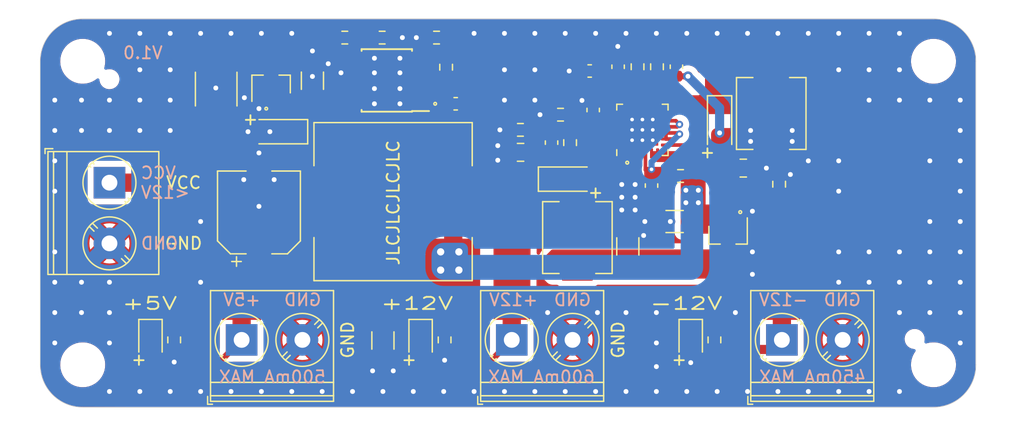
<source format=kicad_pcb>
(kicad_pcb (version 20221018) (generator pcbnew)
  (layers (0 "F.Cu" signal) (31 "B.Cu" signal) (34 "B.Paste" user) (35 "F.Paste" user) (36 "B.SilkS" user "B.Silkscreen") (37 "F.SilkS" user "F.Silkscreen") (38 "B.Mask" user) (39 "F.Mask" user) (44 "Edge.Cuts" user))
  (net 0 "")
  (net 1 "GND")
  (net 2 "FB")
  (net 3 "+12V")
  (net 4 "-12V")
  (net 5 "VCC")
  (net 6 "+5V")
  (net 7 "Net-(Q101-S)")
  (net 8 "Net-(Q102-D)")
  (net 9 "Net-(U101-ENN)")
  (net 10 "Net-(U102-BOOT)")
  (net 11 "Net-(D102-K)")
  (net 12 "Net-(U101-CP)")
  (net 13 "Net-(U101-FBP)")
  (net 14 "Net-(U101-FBN)")
  (net 15 "Net-(U101-VREF)")
  (net 16 "Net-(U101-CN)")
  (net 17 "Net-(D101-A)")
  (net 18 "Net-(D103-K)")
  (net 19 "Net-(D104-K)")
  (net 20 "Net-(D105-K)")
  (net 21 "Net-(D106-K)")
  (net 22 "Net-(Q101-D)")
  (net 23 "Net-(Q102-G)")
  (net 24 "Net-(U102-EN)")
  (footprint "MountingHole:MountingHole_2.1mm" (layer "F.Cu") (at 25.0032 20.773)
    (fp_text reference "REF**")
    (fp_text value "MountingHole_1.152mm")
  )
  (footprint "MountingHole:MountingHole_2.1mm" (layer "F.Cu") (at 91.2532 42.173)
    (fp_text reference "REF**")
    (fp_text value "MountingHole_1.152mm")
  )
  (footprint "Resistor_SMD:R_0603_1608Metric" (layer "F.Cu") (at 52.7032 19.7855 -90)
    (fp_text reference "R108")
    (fp_text value "10k")
  )
  (footprint "Capacitor_SMD:C_1206_3216Metric" (layer "F.Cu") (at 71.5032 32.498 180)
    (fp_text reference "C101")
    (fp_text value "10u")
  )
  (footprint "MountingHole:MountingHole_3.2mm_M3" (layer "F.Cu") (at 22.8032 19.298)
    (fp_text reference "H101")
    (fp_text value "MountingHole")
  )
  (footprint "Inductor_SMD:L_Sunlord_MWSA0518S" (layer "F.Cu") (at 79.4532 23.598 -90)
    (fp_text reference "L103")
    (fp_text value "10u")
  )
  (footprint "MountingHole:MountingHole_3.2mm_M3" (layer "F.Cu") (at 92.8032 19.298)
    (fp_text reference "H102")
    (fp_text value "MountingHole")
  )
  (footprint "Shmoergh_Custom_Footprints:SOT-23-SmallPads" (layer "F.Cu") (at 75.9532 33.498 -90)
    (fp_text reference "Q102" hide)
    (fp_text value "AO3401A" hide)
  )
  (footprint "Package_SO:TI_SO-PowerPAD-8_ThermalVias" (layer "F.Cu") (at 47.8218 20.8734 180)
    (fp_text reference "U102")
    (fp_text value "TPS5430DDA")
  )
  (footprint "Resistor_SMD:R_0603_1608Metric" (layer "F.Cu") (at 62.1157 23.698)
    (fp_text reference "R105")
    (fp_text value "110k")
  )
  (footprint "TerminalBlock_Phoenix:TerminalBlock_Phoenix_PT-1,5-2-5.0-H_1x02_P5.00mm_Horizontal" (layer "F.Cu") (at 25.0032 29.298 -90)
    (fp_text reference "J101")
    (fp_text value "Screw_Terminal_01x02")
  )
  (footprint "Inductor_SMD:L_Sunlord_SWRB1204S" (layer "F.Cu") (at 48.3394 30.859)
    (fp_text reference "L102")
    (fp_text value "47u")
  )
  (footprint "Resistor_SMD:R_0603_1608Metric" (layer "F.Cu") (at 68.4532 19.748 90)
    (fp_text reference "R106")
    (fp_text value "100k")
  )
  (footprint "TerminalBlock_Phoenix:TerminalBlock_Phoenix_PT-1,5-2-5.0-H_1x02_P5.00mm_Horizontal" (layer "F.Cu") (at 80.3282 42.248)
    (fp_text reference "J104")
    (fp_text value "Screw_Terminal_01x02")
  )
  (footprint "Resistor_SMD:R_0603_1608Metric" (layer "F.Cu") (at 71.9907 28.748)
    (fp_text reference "R101")
    (fp_text value "100")
  )
  (footprint "Resistor_SMD:R_0603_1608Metric" (layer "F.Cu") (at 44.3657 17.348 180)
    (fp_text reference "R102")
    (fp_text value "100k")
  )
  (footprint "Capacitor_SMD:C_0603_1608Metric" (layer "F.Cu") (at 66.8532 19.748 90)
    (fp_text reference "C111")
    (fp_text value "220n")
  )
  (footprint "Capacitor_SMD:C_1206_3216Metric" (layer "F.Cu") (at 67.6532 34.548 90)
    (fp_text reference "C103")
    (fp_text value "10u")
  )
  (footprint "Capacitor_SMD:C_0603_1608Metric" (layer "F.Cu") (at 53.4907 22.798)
    (fp_text reference "C105")
    (fp_text value "10n")
  )
  (footprint "Capacitor_SMD:C_0603_1608Metric" (layer "F.Cu") (at 71.6532 19.748 -90)
    (fp_text reference "C109")
    (fp_text value "8p2")
  )
  (footprint "Diode_SMD:D_SOD-123" (layer "F.Cu") (at 38.9532 25.098 180)
    (fp_text reference "D102")
    (fp_text value "B5819W")
  )
  (footprint "LED_SMD:LED_0805_2012Metric" (layer "F.Cu") (at 28.3782 42.248 -90)
    (fp_text reference "D104")
    (fp_text value "RED")
  )
  (footprint "Capacitor_SMD:CP_Elec_6.3x7.7" (layer "F.Cu") (at 37.3032 31.748 90)
    (fp_text reference "C110")
    (fp_text value "220u")
  )
  (footprint "Capacitor_SMD:C_1206_3216Metric" (layer "F.Cu") (at 41.7032 20.898 90)
    (fp_text reference "C102")
    (fp_text value "10u")
  )
  (footprint "Capacitor_SMD:C_0603_1608Metric" (layer "F.Cu") (at 64.8032 23.3105 90)
    (fp_text reference "C106")
    (fp_text value "10n")
  )
  (footprint "MountingHole:MountingHole_3.2mm_M3" (layer "F.Cu") (at 22.8032 44.298)
    (fp_text reference "H104")
    (fp_text value "MountingHole")
  )
  (footprint "Resistor_SMD:R_0603_1608Metric" (layer "F.Cu") (at 47.4407 17.348 180)
    (fp_text reference "R103")
    (fp_text value "100k")
  )
  (footprint "TerminalBlock_Phoenix:TerminalBlock_Phoenix_PT-1,5-2-5.0-H_1x02_P5.00mm_Horizontal" (layer "F.Cu") (at 35.8782 42.248)
    (fp_text reference "J103")
    (fp_text value "Screw_Terminal_01x02")
  )
  (footprint "Capacitor_SMD:C_0603_1608Metric" (layer "F.Cu") (at 69.6032 29.5355 -90)
    (fp_text reference "C104")
    (fp_text value "100n")
  )
  (footprint "Capacitor_SMD:C_0805_2012Metric" (layer "F.Cu") (at 77.1532 28.098)
    (fp_text reference "C112")
    (fp_text value "22u")
  )
  (footprint "TerminalBlock_Phoenix:TerminalBlock_Phoenix_PT-1,5-2-5.0-H_1x02_P5.00mm_Horizontal" (layer "F.Cu") (at 58.1032 42.248)
    (fp_text reference "J102")
    (fp_text value "Screw_Terminal_01x02")
  )
  (footprint "MountingHole:MountingHole_3.2mm_M3" (layer "F.Cu") (at 92.8032 44.298)
    (fp_text reference "H103")
    (fp_text value "MountingHole")
  )
  (footprint "LED_SMD:LED_0805_2012Metric" (layer "F.Cu") (at 50.6032 42.248 -90)
    (fp_text reference "D105")
    (fp_text value "GREEN")
  )
  (footprint "Diode_SMD:D_SOD-123" (layer "F.Cu") (at 62.6532 29.0048)
    (fp_text reference "D101")
    (fp_text value "B5819W")
  )
  (footprint "Capacitor_SMD:C_0603_1608Metric" (layer "F.Cu") (at 64.5157 20.098 180)
    (fp_text reference "C114")
    (fp_text value "4n7")
  )
  (footprint "Capacitor_SMD:C_0805_2012Metric" (layer "F.Cu") (at 58.8282 26.798 180)
    (fp_text reference "C113")
    (fp_text value "22u")
  )
  (footprint "Resistor_SMD:R_0603_1608Metric" (layer "F.Cu") (at 30.3282 42.248 90)
    (fp_text reference "R112")
    (fp_text value "1k5")
  )
  (footprint "Resistor_SMD:R_0603_1608Metric" (layer "F.Cu") (at 52.5782 42.248 90)
    (fp_text reference "R113")
    (fp_text value "4k3")
  )
  (footprint "Diode_SMD:D_SOD-123" (layer "F.Cu") (at 75.2032 24.498 -90)
    (fp_text reference "D103")
    (fp_text value "B5819W")
  )
  (footprint "Shmoergh_Custom_Footprints:SOT-23-SmallPads" (layer "F.Cu") (at 38.2532 21.298 90)
    (fp_text reference "Q101" hide)
    (fp_text value "AO3401A" hide)
  )
  (footprint "Resistor_SMD:R_0603_1608Metric" (layer "F.Cu") (at 62.9032 25.998 -90)
    (fp_text reference "R104")
    (fp_text value "1M")
  )
  (footprint "Capacitor_SMD:C_0603_1608Metric" (layer "F.Cu") (at 61.3782 25.998 90)
    (fp_text reference "C108")
    (fp_text value "6p8")
  )
  (footprint "Shmoergh_Custom_Footprints:SXN-SMMS0530-100M" (layer "F.Cu") (at 63.5032 33.8208 90)
    (fp_text reference "L101")
    (fp_text value "10u")
  )
  (footprint "Resistor_SMD:R_0603_1608Metric" (layer "F.Cu") (at 58.8157 24.948)
    (fp_text reference "R111")
    (fp_text value "12k")
  )
  (footprint "LED_SMD:LED_0805_2012Metric" (layer "F.Cu") (at 72.8282 42.248 -90)
    (fp_text reference "D106")
    (fp_text value "YELLOW")
  )
  (footprint "Capacitor_SMD:C_1206_3216Metric" (layer "F.Cu") (at 47.5032 42.298 -90)
    (fp_text reference "C107")
    (fp_text value "10u")
  )
  (footprint "Resistor_SMD:R_0603_1608Metric" (layer "F.Cu") (at 70.0532 19.748 90)
    (fp_text reference "R107")
    (fp_text value "1M")
  )
  (footprint "Resistor_SMD:R_0603_1608Metric" (layer "F.Cu") (at 51.9157 17.348)
    (fp_text reference "R109")
    (fp_text value "3k3")
  )
  (footprint "Package_DFN_QFN:QFN-24-1EP_4x4mm_P0.5mm_EP2.6x2.6mm" (layer "F.Cu") (at 68.8532 24.948 90)
    (fp_text reference "U101")
    (fp_text value "TPS65131RGER")
  )
  (footprint "Resistor_SMD:R_0603_1608Metric" (layer "F.Cu") (at 74.7782 42.248 90)
    (fp_text reference "R114")
    (fp_text value "5k1")
  )
  (footprint "Fuse:Fuse_1812_4532Metric" (layer "F.Cu") (at 33.7852 21.588 -90)
    (fp_text reference "F101")
    (fp_text value "500mA")
  )
  (footprint "Resistor_SMD:R_0603_1608Metric" (layer "F.Cu") (at 80.1032 29.423 -90)
    (fp_text reference "R110")
    (fp_text value "12k")
  )
  (gr_circle (center 67.6032 27.648) (end 67.6282 27.698) (stroke (width 0.12)) (fill none) (layer "F.SilkS"))
  (gr_circle (center 76.9032 31.723) (end 76.9282 31.773) (stroke (width 0.12)) (fill none) (layer "F.SilkS"))
  (gr_circle (center 37.9032 23.198) (end 37.9532 23.198) (stroke (width 0.12)) (fill none) (layer "F.SilkS"))
  (gr_circle (center 51.8032 22.798) (end 51.8032 22.848) (stroke (width 0.12)) (fill none) (layer "F.SilkS"))
  (gr_line (start 19.3032 19.298) (end 19.3032 44.298) (stroke (width 0.05)) (layer "Edge.Cuts"))
  (gr_arc (start 22.8032 47.798) (mid 20.328326 46.772874) (end 19.3032 44.298) (stroke (width 0.05)) (layer "Edge.Cuts"))
  (gr_arc (start 96.3032 44.298) (mid 95.278074 46.772874) (end 92.8032 47.798) (stroke (width 0.05)) (layer "Edge.Cuts"))
  (gr_arc (start 92.8032 15.798) (mid 95.278074 16.823126) (end 96.3032 19.298) (stroke (width 0.05)) (layer "Edge.Cuts"))
  (gr_line (start 96.3032 44.298) (end 96.3032 19.298) (stroke (width 0.05)) (layer "Edge.Cuts"))
  (gr_arc (start 19.3032 19.298) (mid 20.328326 16.823126) (end 22.8032 15.798) (stroke (width 0.05)) (layer "Edge.Cuts"))
  (gr_line (start 92.8032 15.798) (end 22.8032 15.798) (stroke (width 0.05)) (layer "Edge.Cuts"))
  (gr_line (start 22.8032 47.798) (end 92.8032 47.798) (stroke (width 0.05)) (layer "Edge.Cuts"))
  (gr_text "GND" (at 40.9032 38.948) (layer "B.SilkS") (effects (font (size 1 1)) (justify mirror)))
  (gr_text "+5V" (at 35.9032 38.948) (layer "B.SilkS") (effects (font (size 1 1)) (justify mirror)))
  (gr_text "+12V" (at 58.2532 38.948) (layer "B.SilkS") (effects (font (size 1 1)) (justify mirror)))
  (gr_text "GND" (at 63.1032 38.948) (layer "B.SilkS") (effects (font (size 1 1)) (justify mirror)))
  (gr_text "GND" (at 85.3032 38.948) (layer "B.SilkS") (effects (font (size 1 1)) (justify mirror)))
  (gr_text "-12V" (at 80.4532 38.948) (layer "B.SilkS") (effects (font (size 1 1)) (justify mirror)))
  (gr_text "GND" (at 27.5032 34.298) (layer "B.SilkS") (effects (font (size 1 1)) (justify right mirror)))
  (gr_text "600mA MAX" (at 60.5532 45.298) (layer "B.SilkS") (effects (font (size 1 1)) (justify mirror)))
  (gr_text "450mA MAX" (at 82.8532 45.298) (layer "B.SilkS") (effects (font (size 1 1)) (justify mirror)))
  (gr_text "500mA MAX" (at 38.4032 45.298) (layer "B.SilkS") (effects (font (size 1 1)) (justify mirror)))
  (gr_text "VCC\n<12V" (at 27.5032 29.298) (layer "B.SilkS") (effects (font (size 1 1)) (justify right mirror)))
  (gr_text "V1.0" (at 27.7532 18.598) (layer "B.SilkS") (effects (font (size 1 1)) (justify mirror)))
  (gr_text "+12V" (at 50.3032 39.248) (layer "F.SilkS") (effects (font (size 1 1.5))))
  (gr_text "-12V" (at 72.4532 39.248) (layer "F.SilkS") (effects (font (size 1 1.5))))
  (gr_text "GND" (at 44.6032 42.248 90) (layer "F.SilkS") (effects (font (size 1 1))))
  (gr_text "GND" (at 66.8532 42.248 90) (layer "F.SilkS") (effects (font (size 1 1))))
  (gr_text "GND" (at 31.1032 34.298) (layer "F.SilkS") (effects (font (size 1 1))))
  (gr_text "VCC" (at 31.1032 29.298) (layer "F.SilkS") (effects (font (size 1 1))))
  (gr_text "+" (at 49.6532 43.848) (layer "F.SilkS") (effects (font (size 1 1))))
  (gr_text "+" (at 71.8782 43.848) (layer "F.SilkS") (effects (font (size 1 1))))
  (gr_text "+" (at 74.2032 26.773) (layer "F.SilkS") (effects (font (size 1 1))))
  (gr_text "+" (at 65.0032 30.073) (layer "F.SilkS") (effects (font (size 1 1))))
  (gr_text "+" (at 36.6032 24.048) (layer "F.SilkS") (effects (font (size 1 1))))
  (gr_text "+" (at 27.4282 43.848) (layer "F.SilkS") (effects (font (size 1 1))))
  (gr_text "+5V" (at 28.3032 39.248) (layer "F.SilkS") (effects (font (size 1 1.5))))
  (gr_text "JLCJLCJLCJLC" (at 48.3532 30.948 90) (layer "F.SilkS") (effects (font (size 1 1))))
  (segment (start 45.1532 20.258) (end 44.0632 20.258) (width 0.75) (layer "F.Cu") (net 1))
  (segment (start 80.1032 28.6355) (end 81.0157 28.6355) (width 0.5) (layer "F.Cu") (net 1))
  (segment (start 41.7032 18.448) (end 41.7032 19.498) (width 0.75) (layer "F.Cu") (net 1))
  (segment (start 37.3032 29.048) (end 38.5532 29.048) (width 0.75) (layer "F.Cu") (net 1))
  (segment (start 43.0032 19.498) (end 41.7032 19.498) (width 0.75) (layer "F.Cu") (net 1))
  (segment (start 44.0632 20.258) (end 44.0532 20.248) (width 0.75) (layer "F.Cu") (net 1))
  (segment (start 45.1532 20.258) (end 47.2182 20.258) (width 0.75) (layer "F.Cu") (net 1))
  (segment (start 37.3032 29.048) (end 36.0532 29.048) (width 0.75) (layer "F.Cu") (net 1))
  (segment (start 71.1532 32.498) (end 70.1032 32.498) (width 0.75) (layer "F.Cu") (net 1))
  (segment (start 65.0282 22.523) (end 64.8032 22.523) (width 0.3) (layer "F.Cu") (net 1))
  (segment (start 47.2182 20.258) (end 47.8532 20.893) (width 0.75) (layer "F.Cu") (net 1))
  (segment (start 37.3032 29.048) (end 37.3032 26.848) (width 0.75) (layer "F.Cu") (net 1))
  (segment (start 37.3032 22.298) (end 37.3032 23.198) (width 0.75) (layer "F.Cu") (net 1))
  (segment (start 37.3032 25.098) (end 36.4032 25.098) (width 0.75) (layer "F.Cu") (net 1))
  (segment (start 37.3032 29.048) (end 37.3032 31.248) (width 0.75) (layer "F.Cu") (net 1))
  (segment (start 41.7032 19.498) (end 41.7032 20.548) (width 0.75) (layer "F.Cu") (net 1))
  (segment (start 37.3032 25.098) (end 38.2032 25.098) (width 0.75) (layer "F.Cu") (net 1))
  (segment (start 66.9157 23.698) (end 66.2032 23.698) (width 0.3) (layer "F.Cu") (net 1))
  (segment (start 81.0157 28.6355) (end 81.0282 28.623) (width 0.5) (layer "F.Cu") (net 1))
  (segment (start 66.2032 23.698) (end 65.0282 22.523) (width 0.3) (layer "F.Cu") (net 1))
  (via (at 68.0032 24.948) (size 0.6) (drill 0.3) (layers "F.Cu" "B.Cu") (net 1))
  (via (at 68.0032 24.098) (size 0.6) (drill 0.3) (layers "F.Cu" "B.Cu") (net 1))
  (via (at 68.8532 24.098) (size 0.6) (drill 0.3) (layers "F.Cu" "B.Cu") (net 1))
  (via (at 69.7032 24.098) (size 0.6) (drill 0.3) (layers "F.Cu" "B.Cu") (net 1))
  (via (at 69.7032 24.948) (size 0.6) (drill 0.3) (layers "F.Cu" "B.Cu") (net 1))
  (via (at 69.7032 25.798) (size 0.6) (drill 0.3) (layers "F.Cu" "B.Cu") (net 1))
  (via (at 68.8532 25.798) (size 0.6) (drill 0.3) (layers "F.Cu" "B.Cu") (net 1))
  (via (at 68.0032 25.798) (size 0.6) (drill 0.3) (layers "F.Cu" "B.Cu") (net 1))
  (via (at 56.9532 26.248) (size 0.8) (drill 0.4) (layers "F.Cu" "B.Cu") (net 1))
  (via (at 57.1282 24.948) (size 0.8) (drill 0.4) (layers "F.Cu" "B.Cu") (net 1))
  (via (at 60.4282 23.698) (size 0.8) (drill 0.4) (layers "F.Cu" "B.Cu") (net 1))
  (via (at 63.8782 22.523) (size 0.8) (drill 0.4) (layers "F.Cu" "B.Cu") (net 1))
  (via (at 62.8282 20.098) (size 0.8) (drill 0.4) (layers "F.Cu" "B.Cu") (net 1))
  (via (at 66.8282 18.073) (size 0.8) (drill 0.4) (layers "F.Cu" "B.Cu") (net 1))
  (via (at 79.0532 28.098) (size 0.8) (drill 0.4) (layers "F.Cu" "B.Cu") (net 1))
  (via (at 81.0282 28.623) (size 0.8) (drill 0.4) (layers "F.Cu" "B.Cu") (net 1))
  (via (at 81.1782 25.898) (size 0.8) (drill 0.4) (layers "F.Cu" "B.Cu") (net 1))
  (via (at 81.1782 24.998) (size 0.8) (drill 0.4) (layers "F.Cu" "B.Cu") (net 1))
  (via (at 77.7532 24.998) (size 0.8) (drill 0.4) (layers "F.Cu" "B.Cu") (net 1))
  (via (at 77.7532 25.898) (size 0.8) (drill 0.4) (layers "F.Cu" "B.Cu") (net 1))
  (via (at 68.9532 33.648) (size 0.8) (drill 0.4) (layers "F.Cu" "B.Cu") (net 1))
  (via (at 69.0532 32.498) (size 0.8) (drill 0.4) (layers "F.Cu" "B.Cu") (net 1))
  (via (at 52.5782 43.923) (size 0.8) (drill 0.4) (layers "F.Cu" "B.Cu") (net 1))
  (via (at 72.8282 44.123) (size 0.8) (drill 0.4) (layers "F.Cu" "B.Cu") (net 1))
  (via (at 30.3282 44.073) (size 0.8) (drill 0.4) (layers "F.Cu" "B.Cu") (net 1))
  (via (at 30.0032 16.998) (size 0.8) (drill 0.4) (layers "F.Cu" "B.Cu") (net 1))
  (via (at 32.5032 16.998) (size 0.8) (drill 0.4) (layers "F.Cu" "B.Cu") (net 1))
  (via (at 35.0032 16.998) (size 0.8) (drill 0.4) (layers "F.Cu" "B.Cu") (net 1))
  (via (at 37.5032 16.998) (size 0.8) (drill 0.4) (layers "F.Cu" "B.Cu") (net 1))
  (via (at 60.0032 16.998) (size 0.8) (drill 0.4) (layers "F.Cu" "B.Cu") (net 1))
  (via (at 62.5032 16.998) (size 0.8) (drill 0.4) (layers "F.Cu" "B.Cu") (net 1))
  (via (at 65.0032 16.998) (size 0.8) (drill 0.4) (layers "F.Cu" "B.Cu") (net 1))
  (via (at 67.5032 16.998) (size 0.8) (drill 0.4) (layers "F.Cu" "B.Cu") (net 1))
  (via (at 70.0032 16.998) (size 0.8) (drill 0.4) (layers "F.Cu" "B.Cu") (net 1))
  (via (at 72.5032 16.998) (size 0.8) (drill 0.4) (layers "F.Cu" "B.Cu") (net 1))
  (via (at 75.0032 16.998) (size 0.8) (drill 0.4) (layers "F.Cu" "B.Cu") (net 1))
  (via (at 77.5032 16.998) (size 0.8) (drill 0.4) (layers "F.Cu" "B.Cu") (net 1))
  (via (at 80.0032 16.998) (size 0.8) (drill 0.4) (layers "F.Cu" "B.Cu") (net 1))
  (via (at 82.5032 16.998) (size 0.8) (drill 0.4) (layers "F.Cu" "B.Cu") (net 1))
  (via (at 85.0032 16.998) (size 0.8) (drill 0.4) (layers "F.Cu" "B.Cu") (net 1))
  (via (at 87.5032 16.998) (size 0.8) (drill 0.4) (layers "F.Cu" "B.Cu") (net 1))
  (via (at 90.0032 16.998) (size 0.8) (drill 0.4) (layers "F.Cu" "B.Cu") (net 1))
  (via (at 25.0032 16.998) (size 0.8) (drill 0.4) (layers "F.Cu" "B.Cu") (net 1))
  (via (at 20.5032 27.498) (size 0.8) (drill 0.4) (layers "F.Cu" "B.Cu") (net 1))
  (via (at 20.5032 42.498) (size 0.8) (drill 0.4) (layers "F.Cu" "B.Cu") (net 1))
  (via (at 20.5032 39.998) (size 0.8) (drill 0.4) (layers "F.Cu" "B.Cu") (net 1))
  (via (at 20.5032 37.498) (size 0.8) (drill 0.4) (layers "F.Cu" "B.Cu") (net 1))
  (via (at 20.5032 34.998) (size 0.8) (drill 0.4) (layers "F.Cu" "B.Cu") (net 1))
  (via (at 20.5032 29.998) (size 0.8) (drill 0.4) (layers "F.Cu" "B.Cu") (net 1))
  (via (at 20.5032 24.998) (size 0.8) (drill 0.4) (layers "F.Cu" "B.Cu") (net 1))
  (via (at 20.5032 22.498) (size 0.8) (drill 0.4) (layers "F.Cu" "B.Cu") (net 1))
  (via (at 32.5032 46.498) (size 0.8) (drill 0.4) (layers "F.Cu" "B.Cu") (net 1))
  (via (at 35.0032 46.498) (size 0.8) (drill 0.4) (layers "F.Cu" "B.Cu") (net 1))
  (via (at 52.5032 46.498) (size 0.8) (drill 0.4) (layers "F.Cu" "B.Cu") (net 1))
  (via (at 72.5032 46.498) (size 0.8) (drill 0.4) (layers "F.Cu" "B.Cu") (net 1))
  (via (at 82.5032 46.498) (size 0.8) (drill 0.4) (layers "F.Cu" "B.Cu") (net 1))
  (via (at 40.0032 46.498) (size 0.8) (drill 0.4) (layers "F.Cu" "B.Cu") (net 1))
  (via (at 42.5032 46.498) (size 0.8) (drill 0.4) (layers "F.Cu" "B.Cu") (net 1))
  (via (at 65.0032 46.498) (size 0.8) (drill 0.4) (layers "F.Cu" "B.Cu") (net 1))
  (via (at 60.0032 46.498) (size 0.8) (drill 0.4) (layers "F.Cu" "B.Cu") (net 1))
  (via (at 47.5032 46.498) (size 0.8) (drill 0.4) (layers "F.Cu" "B.Cu") (net 1))
  (via (at 50.0032 46.498) (size 0.8) (drill 0.4) (layers "F.Cu" "B.Cu") (net 1))
  (via (at 55.0032 46.498) (size 0.8) (drill 0.4) (layers "F.Cu" "B.Cu") (net 1))
  (via (at 67.5032 46.498) (size 0.8) (drill 0.4) (layers "F.Cu" "B.Cu") (net 1))
  (via (at 27.5032 46.498) (size 0.8) (drill 0.4) (layers "F.Cu" "B.Cu") (net 1))
  (via (at 75.0032 46.498) (size 0.8) (drill 0.4) (layers "F.Cu" "B.Cu") (net 1))
  (via (at 37.5032 46.498) (size 0.8) (drill 0.4) (layers "F.Cu" "B.Cu") (net 1))
  (via (at 45.0032 46.498) (size 0.8) (drill 0.4) (layers "F.Cu" "B.Cu") (net 1))
  (via (at 70.0032 46.498) (size 0.8) (drill 0.4) (layers "F.Cu" "B.Cu") (net 1))
  (via (at 57.5032 46.498) (size 0.8) (drill 0.4) (layers "F.Cu" "B.Cu") (net 1))
  (via (at 87.5032 46.498) (size 0.8) (drill 0.4) (layers "F.Cu" "B.Cu") (net 1))
  (via (at 62.5032 46.498) (size 0.8) (drill 0.4) (layers "F.Cu" "B.Cu") (net 1))
  (via (at 80.0032 46.498) (size 0.8) (drill 0.4) (layers "F.Cu" "B.Cu") (net 1))
  (via (at 85.0032 46.498) (size 0.8) (drill 0.4) (layers "F.Cu" "B.Cu") (net 1))
  (via (at 90.0032 46.498) (size 0.8) (drill 0.4) (layers "F.Cu" "B.Cu") (net 1))
  (via (at 77.5032 46.498) (size 0.8) (drill 0.4) (layers "F.Cu" "B.Cu") (net 1))
  (via (at 30.0032 46.498) (size 0.8) (drill 0.4) (layers "F.Cu" "B.Cu") (net 1))
  (via (at 95.0032 22.498) (size 0.8) (drill 0.4) (layers "F.Cu" "B.Cu") (net 1))
  (via (at 95.0032 32.498) (size 0.8) (drill 0.4) (layers "F.Cu" "B.Cu") (net 1))
  (via (at 95.0032 24.998) (size 0.8) (drill 0.4) (layers "F.Cu" "B.Cu") (net 1))
  (via (at 95.0032 29.998) (size 0.8) (drill 0.4) (layers "F.Cu" "B.Cu") (net 1))
  (via (at 95.0032 34.998) (size 0.8) (drill 0.4) (layers "F.Cu" "B.Cu") (net 1))
  (via (at 95.0032 27.498) (size 0.8) (drill 0.4) (layers "F.Cu" "B.Cu") (net 1))
  (via (at 95.0032 39.998) (size 0.8) (drill 0.4) (layers "F.Cu" "B.Cu") (net 1))
  (via (at 95.0032 37.498) (size 0.8) (drill 0.4) (layers "F.Cu" "B.Cu") (net 1))
  (via (at 95.0032 42.498) (size 0.8) (drill 0.4) (layers "F.Cu" "B.Cu") (net 1))
  (via (at 67.1532 29.448) (size 0.8) (drill 0.4) (layers "F.Cu" "B.Cu") (net 1))
  (via (at 68.2532 29.448) (size 0.8) (drill 0.4) (layers "F.Cu" "B.Cu") (net 1))
  (via (at 67.1532 30.498) (size 0.8) (drill 0.4) (layers "F.Cu" "B.Cu") (net 1))
  (via (at 68.2532 30.498) (size 0.8) (drill 0.4) (layers "F.Cu" "B.Cu") (net 1))
  (via (at 67.1532 31.548) (size 0.8) (drill 0.4) (layers "F.Cu" "B.Cu") (net 1))
  (via (at 68.2532 31.548) (size 0.8) (drill 0.4) (layers "F.Cu" "B.Cu") (net 1))
  (via (at 30.0032 19.998) (size 0.8) (drill 0.4) (layers "F.Cu" "B.Cu") (net 1))
  (via (at 30.0032 22.498) (size 0.8) (drill 0.4) (layers "F.Cu" "B.Cu") (net 1))
  (via (at 30.0032 24.998) (size 0.8) (drill 0.4) (layers "F.Cu" "B.Cu") (net 1))
  (via (at 27.5032 24.998) (size 0.8) (drill 0.4) (layers "F.Cu" "B.Cu") (net 1))
  (via (at 25.0032 24.998) (size 0.8) (drill 0.4) (layers "F.Cu" "B.Cu") (net 1))
  (via (at 27.5032 22.498) (size 0.8) (drill 0.4) (layers "F.Cu" "B.Cu") (net 1))
  (via (at 27.5032 19.998) (size 0.8) (drill 0.4) (layers "F.Cu" "B.Cu") (net 1))
  (via (at 25.0032 22.498) (size 0.8) (drill 0.4) (layers "F.Cu" "B.Cu") (net 1))
  (via (at 25.0032 37.498) (size 0.8) (drill 0.4) (layers "F.Cu" "B.Cu") (net 1))
  (via (at 25.0032 39.998) (size 0.8) (drill 0.4) (layers "F.Cu" "B.Cu") (net 1))
  (via (at 32.5032 32.498) (size 0.8) (drill 0.4) (layers "F.Cu" "B.Cu") (net 1))
  (via (at 57.5032 19.998) (size 0.8) (drill 0.4) (layers "F.Cu" "B.Cu") (net 1))
  (via (at 60.0032 19.998) (size 0.8) (drill 0.4) (layers "F.Cu" "B.Cu") (net 1))
  (via (at 60.0032 22.498) (size 0.8) (drill 0.4) (layers "F.Cu" "B.Cu") (net 1))
  (via (at 57.5032 22.498) (size 0.8) (drill 0.4) (layers "F.Cu" "B.Cu") (net 1))
  (via (at 85.0032 19.998) (size 0.8) (drill 0.4) (layers "F.Cu" "B.Cu") (net 1))
  (via (at 87.5032 19.998) (size 0.8) (drill 0.4) (layers "F.Cu" "B.Cu") (net 1))
  (via (at 82.5032 27.498) (size 0.8) (drill 0.4) (layers "F.Cu" "B.Cu") (net 1))
  (via (at 92.5032 34.998) (size 0.8) (drill 0.4) (layers "F.Cu" "B.Cu") (net 1))
  (via (at 87.5032 34.998) (size 0.8) (drill 0.4) (layers "F.Cu" "B.Cu") (net 1))
  (via (at 85.0032 34.998) (size 0.8) (drill 0.4) (layers "F.Cu" "B.Cu") (net 1))
  (via (at 85.0032 37.498) (size 0.8) (drill 0.4) (layers "F.Cu" "B.Cu") (net 1))
  (via (at 90.0032 34.998) (size 0.8) (drill 0.4) (layers "F.Cu" "B.Cu") (net 1))
  (via (at 90.0032 37.498) (size 0.8) (drill 0.4) (layers "F.Cu" "B.Cu") (net 1))
  (via (at 87.5032 37.498) (size 0.8) (drill 0.4) (layers "F.Cu" "B.Cu") (net 1))
  (via (at 92.5032 37.498) (size 0.8) (drill 0.4) (layers "F.Cu" "B.Cu") (net 1))
  (via (at 92.5032 39.998) (size 0.8) (drill 0.4) (layers "F.Cu" "B.Cu") (net 1))
  (via (at 90.0032 39.998) (size 0.8) (drill 0.4) (layers "F.Cu" "B.Cu") (net 1))
  (via (at 70.0032 42.498) (size 0.8) (drill 0.4) (layers "F.Cu" "B.Cu") (net 1))
  (via (at 32.5032 37.498) (size 0.8) (drill 0.4) (layers "F.Cu" "B.Cu") (net 1))
  (via (at 90.0032 19.998) (size 0.8) (drill 0.4) (layers "F.Cu" "B.Cu") (net 1))
  (via (at 85.0032 27.498) (size 0.8) (drill 0.4) (layers "F.Cu" "B.Cu") (net 1))
  (via (at 92.5032 27.498) (size 0.8) (drill 0.4) (layers "F.Cu" "B.Cu") (net 1))
  (via (at 85.0032 29.998) (size 0.8) (drill 0.4) (layers "F.Cu" "B.Cu") (net 1))
  (via (at 87.5032 22.498) (size 0.8) (drill 0.4) (layers "F.Cu" "B.Cu") (net 1))
  (via (at 90.0032 22.498) (size 0.8) (drill 0.4) (layers "F.Cu" "B.Cu") (net 1))
  (via (at 92.5032 22.498) (size 0.8) (drill 0.4) (layers "F.Cu" "B.Cu") (net 1))
  (via (at 92.5032 32.498) (size 0.8) (drill 0.4) (layers "F.Cu" "B.Cu") (net 1))
  (via (at 40.0032 16.998) (size 0.8) (drill 0.4) (layers "F.Cu" "B.Cu") (net 1))
  (via (at 57.5032 16.998) (size 0.8) (drill 0.4) (layers "F.Cu" "B.Cu") (net 1))
  (via (at 55.0032 16.998) (size 0.8) (drill 0.4) (layers "F.Cu" "B.Cu") (net 1))
  (via (at 44.0532 20.248) (size 0.8) (drill 0.4) (layers "F.Cu" "B.Cu") (net 1))
  (via (at 41.7032 20.548) (size 0.8) (drill 0.4) (layers "F.Cu" "B.Cu") (net 1))
  (via (at 41.7032 18.448) (size 0.8) (drill 0.4) (layers "F.Cu" "B.Cu") (net 1))
  (via (at 43.0032 19.498) (size 0.8) (drill 0.4) (layers "F.Cu" "B.Cu") (net 1))
  (via (at 46.8032 19.048) (size 0.8) (drill 0.4) (layers "F.Cu" "B.Cu") (net 1))
  (via (at 48.9032 19.048) (size 0.8) (drill 0.4) (layers "F.Cu" "B.Cu") (net 1))
  (via (at 46.8032 20.248) (size 0.8) (drill 0.4) (layers "F.Cu" "B.Cu") (net 1))
  (via (at 48.9032 20.248) (size 0.8) (drill 0.4) (layers "F.Cu" "B.Cu") (net 1))
  (via (at 48.9032 21.548) (size 0.8) (drill 0.4) (layers "F.Cu" "B.Cu") (net 1))
  (via (at 46.8032 21.548) (size 0.8) (drill 0.4) (layers "F.Cu" "B.Cu") (net 1))
  (via (at 46.8032 22.798) (size 0.8) (drill 0.4) (layers "F.Cu" "B.Cu") (net 1))
  (via (at 48.9032 22.798) (size 0.8) (drill 0.4) (layers "F.Cu" "B.Cu") (net 1))
  (via (at 49.1032 17.348) (size 0.8) (drill 0.4) (layers "F.Cu" "B.Cu") (net 1))
  (via (at 50.2532 17.348) (size 0.8) (drill 0.4) (layers "F.Cu" "B.Cu") (net 1))
  (via (at 38.5532 29.048) (size 0.8) (drill 0.4) (layers "F.Cu" "B.Cu") (net 1))
  (via (at 36.0532 29.048) (size 0.8) (drill 0.4) (layers "F.Cu" "B.Cu") (net 1))
  (via (at 37.3032 26.848) (size 0.8) (drill 0.4) (layers "F.Cu" "B.Cu") (net 1))
  (via (at 37.3032 31.248) (size 0.8) (drill 0.4) (layers "F.Cu" "B.Cu") (net 1))
  (via (at 36.4032 25.098) (size 0.8) (drill 0.4) (layers "F.Cu" "B.Cu") (net 1))
  (via (at 38.2032 25.098) (size 0.8) (drill 0.4) (layers "F.Cu" "B.Cu") (net 1))
  (via (at 37.3032 23.198) (size 0.8) (drill 0.4) (layers "F.Cu" "B.Cu") (net 1))
  (via (at 56.9532 27.448) (size 0.8) (drill 0.4) (layers "F.Cu" "B.Cu") (net 1))
  (via (at 71.1532 32.498) (size 0.8) (drill 0.4) (layers "F.Cu" "B.Cu") (net 1))
  (via (at 46.6532 44.798) (size 0.8) (drill 0.4) (layers "F.Cu" "B.Cu") (net 1))
  (via (at 48.3532 44.798) (size 0.8) (drill 0.4) (layers "F.Cu" "B.Cu") (net 1))
  (via (at 67.5032 39.998) (size 0.8) (drill 0.4) (layers "F.Cu" "B.Cu") (net 1))
  (via (at 70.0032 44.448) (size 0.8) (drill 0.4) (layers "F.Cu" "B.Cu") (net 1))
  (via (at 70.0032 39.998) (size 0.8) (drill 0.4) (layers "F.Cu" "B.Cu") (net 1))
  (via (at 61.0532 39.998) (size 0.8) (drill 0.4) (layers "F.Cu" "B.Cu") (net 1))
  (via (at 65.1532 39.998) (size 0.8) (drill 0.4) (layers "F.Cu" "B.Cu") (net 1))
  (via (at 76.5032 39.998) (size 0.8) (drill 0.4) (layers "F.Cu" "B.Cu") (net 1))
  (via (at 77.9032 36.848) (size 0.8) (drill 0.4) (layers "F.Cu" "B.Cu") (net 1))
  (via (at 77.9032 34.998) (size 0.8) (drill 0.4) (layers "F.Cu" "B.Cu") (net 1))
  (via (at 22.7032 24.998) (size 0.8) (drill 0.4) (layers "F.Cu" "B.Cu") (net 1))
  (via (at 22.7032 22.498) (size 0.8) (drill 0.4) (layers "F.Cu" "B.Cu") (net 1))
  (via (at 22.7032 37.498) (size 0.8) (drill 0.4) (layers "F.Cu" "B.Cu") (net 1))
  (via (at 22.7032 39.998) (size 0.8) (drill 0.4) (layers "F.Cu" "B.Cu") (net 1))
  (via (at 25.0032 42.498) (size 0.8) (drill 0.4) (layers "F.Cu" "B.Cu") (net 1))
  (via (at 77.9032 31.648) (size 0.8) (drill 0.4) (layers "F.Cu" "B.Cu") (net 1))
  (via (at 36.1032 22.298) (size 0.8) (drill 0.4) (layers "F.Cu" "B.Cu") (net 1))
  (via (at 33.7532 21.498) (size 0.8) (drill 0.4) (layers "F.Cu" "B.Cu") (net 1))
  (via (at 27.5032 16.998) (size 0.8) (drill 0.4) (layers "F.Cu" "B.Cu") (net 1))
  (via (at 68.8532 24.948) (size 0.6) (drill 0.3) (layers "F.Cu" "B.Cu") (net 1))
  (via (at 25.0032 46.498) (size 0.8) (drill 0.4) (layers "F.Cu" "B.Cu") (net 1))
  (segment (start 52.6932 18.988) (end 52.7032 18.998) (width 0.75) (layer "F.Cu") (net 2))
  (segment (start 50.5532 18.988) (end 52.6932 18.988) (width 0.75) (layer "F.Cu") (net 2))
  (segment (start 52.7032 18.998) (end 52.7032 17.348) (width 0.75) (layer "F.Cu") (net 2))
  (segment (start 50.6032 43.1855) (end 50.6032 44.348) (width 0.5) (layer "F.Cu") (net 3))
  (segment (start 55.1032 45.248) (end 58.1032 42.248) (width 0.5) (layer "F.Cu") (net 3))
  (segment (start 51.5032 45.248) (end 55.1032 45.248) (width 0.5) (layer "F.Cu") (net 3))
  (segment (start 50.6032 44.348) (end 51.5032 45.248) (width 0.5) (layer "F.Cu") (net 3))
  (segment (start 71.6532 20.5355) (end 71.6532 20.5355) (width 0.5) (layer "F.Cu") (net 4))
  (segment (start 70.0532 20.5355) (end 71.6532 20.5355) (width 0.5) (layer "F.Cu") (net 4))
  (segment (start 79.5407 43.0355) (end 80.3282 42.248) (width 0.75) (layer "F.Cu") (net 4))
  (segment (start 69.1032 23.0105) (end 69.1032 21.4855) (width 0.3) (layer "F.Cu") (net 4))
  (segment (start 74.7782 43.0355) (end 79.5407 43.0355) (width 0.75) (layer "F.Cu") (net 4))
  (segment (start 69.1032 21.4855) (end 70.0532 20.5355) (width 0.3) (layer "F.Cu") (net 4))
  (segment (start 71.6532 20.5355) (end 72.6032 20.5355) (width 0.5) (layer "F.Cu") (net 4))
  (via (at 75.2032 25.198) (size 0.8) (drill 0.4) (layers "F.Cu" "B.Cu") (net 4))
  (via (at 72.6032 20.5355) (size 0.8) (drill 0.4) (layers "F.Cu" "B.Cu") (net 4))
  (segment (start 75.2032 23.1355) (end 72.6032 20.5355) (width 0.75) (layer "B.Cu") (net 4))
  (segment (start 75.2032 25.198) (end 75.2032 23.1355) (width 0.75) (layer "B.Cu") (net 4))
  (segment (start 32.8782 45.248) (end 35.8782 42.248) (width 0.5) (layer "F.Cu") (net 6))
  (segment (start 55.8532 25.398) (end 53.3032 27.948) (width 0.75) (layer "F.Cu") (net 6))
  (segment (start 28.3782 44.623) (end 29.0032 45.248) (width 0.5) (layer "F.Cu") (net 6))
  (segment (start 55.2782 20.573) (end 55.8532 21.148) (width 0.75) (layer "F.Cu") (net 6))
  (segment (start 28.3782 43.1855) (end 28.3782 44.623) (width 0.5) (layer "F.Cu") (net 6))
  (segment (start 55.8532 21.148) (end 55.8532 25.398) (width 0.75) (layer "F.Cu") (net 6))
  (segment (start 52.7032 20.573) (end 55.2782 20.573) (width 0.75) (layer "F.Cu") (net 6))
  (segment (start 53.3032 27.948) (end 53.3032 30.948) (width 0.75) (layer "F.Cu") (net 6))
  (segment (start 29.0032 45.248) (end 32.8782 45.248) (width 0.5) (layer "F.Cu") (net 6))
  (via (at 52.2532 34.998) (size 1) (drill 0.6) (layers "F.Cu" "B.Cu") (net 6))
  (via (at 73.4532 30.948) (size 0.8) (drill 0.4) (layers "F.Cu" "B.Cu") (net 6))
  (via (at 72.4282 30.948) (size 0.8) (drill 0.4) (layers "F.Cu" "B.Cu") (net 6))
  (via (at 53.7532 34.998) (size 1) (drill 0.6) (layers "F.Cu" "B.Cu") (net 6))
  (via (at 72.4282 29.923) (size 0.8) (drill 0.4) (layers "F.Cu" "B.Cu") (net 6))
  (via (at 52.2532 36.498) (size 1) (drill 0.6) (layers "F.Cu" "B.Cu") (net 6))
  (via (at 73.4532 29.923) (size 0.8) (drill 0.4) (layers "F.Cu" "B.Cu") (net 6))
  (via (at 53.7532 36.498) (size 1) (drill 0.6) (layers "F.Cu" "B.Cu") (net 6))
  (segment (start 41.1032 17.348) (end 39.8532 18.598) (width 0.5) (layer "F.Cu") (net 7))
  (segment (start 40.5032 22.298) (end 39.2032 22.298) (width 1.5) (layer "F.Cu") (net 7))
  (segment (start 43.5782 17.348) (end 41.1032 17.348) (width 0.5) (layer "F.Cu") (net 7))
  (segment (start 41.7032 22.298) (end 40.5032 22.298) (width 1.5) (layer "F.Cu") (net 7))
  (segment (start 45.1532 21.528) (end 42.4732 21.528) (width 1) (layer "F.Cu") (net 7))
  (segment (start 39.8532 21.648) (end 40.5032 22.298) (width 0.5) (layer "F.Cu") (net 7))
  (segment (start 42.4732 21.528) (end 41.7032 22.298) (width 1) (layer "F.Cu") (net 7))
  (segment (start 39.8532 18.598) (end 39.8532 21.648) (width 0.5) (layer "F.Cu") (net 7))
  (segment (start 70.7907 24.198) (end 71.6032 24.198) (width 0.3) (layer "F.Cu") (net 9))
  (segment (start 71.7032 24.698) (end 71.9032 24.498) (width 0.3) (layer "F.Cu") (net 9))
  (segment (start 71.6032 24.198) (end 71.9032 24.498) (width 0.3) (layer "F.Cu") (net 9))
  (segment (start 71.5032 25.698) (end 71.9032 25.298) (width 0.3) (layer "F.Cu") (net 9))
  (segment (start 69.1032 28.248) (end 69.6032 28.748) (width 0.3) (layer "F.Cu") (net 9))
  (segment (start 70.7907 24.198) (end 70.7907 25.698) (width 0.3) (layer "F.Cu") (net 9))
  (segment (start 70.7907 25.198) (end 71.8032 25.198) (width 0.3) (layer "F.Cu") (net 9))
  (segment (start 70.7907 25.698) (end 71.5032 25.698) (width 0.3) (layer "F.Cu") (net 9))
  (segment (start 70.7907 24.698) (end 71.7032 24.698) (width 0.3) (layer "F.Cu") (net 9))
  (segment (start 71.8032 25.198) (end 71.9032 25.298) (width 0.3) (layer "F.Cu") (net 9))
  (segment (start 69.1032 26.8855) (end 69.1032 28.248) (width 0.3) (layer "F.Cu") (net 9))
  (via (at 71.9032 25.298) (size 0.6) (drill 0.3) (layers "F.Cu" "B.Cu") (net 9))
  (via (at 71.9032 24.498) (size 0.6) (drill 0.3) (layers "F.Cu" "B.Cu") (net 9))
  (via (at 69.6032 28.198) (size 0.6) (drill 0.3) (layers "F.Cu" "B.Cu") (net 9))
  (segment (start 69.6032 28.198) (end 69.6032 27.598) (width 0.5) (layer "B.Cu") (net 9))
  (segment (start 69.6032 27.598) (end 71.9032 25.298) (width 0.5) (layer "B.Cu") (net 9))
  (segment (start 52.7032 22.798) (end 50.5532 22.798) (width 0.75) (layer "F.Cu") (net 10))
  (segment (start 54.2782 24.223) (end 53.7532 24.748) (width 0.75) (layer "F.Cu") (net 11))
  (segment (start 53.7532 24.748) (end 46.2532 24.748) (width 0.75) (layer "F.Cu") (net 11))
  (segment (start 46.2532 24.748) (end 45.1532 23.648) (width 0.75) (layer "F.Cu") (net 11))
  (segment (start 45.1532 23.648) (end 45.1532 22.798) (width 0.75) (layer "F.Cu") (net 11))
  (segment (start 54.2782 22.798) (end 54.2782 24.223) (width 0.75) (layer "F.Cu") (net 11))
  (segment (start 65.4032 24.698) (end 64.8032 24.098) (width 0.3) (layer "F.Cu") (net 12))
  (segment (start 66.9157 24.698) (end 65.4032 24.698) (width 0.3) (layer "F.Cu") (net 12))
  (segment (start 62.9032 23.698) (end 62.9032 25.2105) (width 0.5) (layer "F.Cu") (net 13))
  (segment (start 62.9157 25.198) (end 62.9032 25.2105) (width 0.3) (layer "F.Cu") (net 13))
  (segment (start 66.9157 25.198) (end 62.9157 25.198) (width 0.3) (layer "F.Cu") (net 13))
  (segment (start 61.3782 25.2105) (end 62.9032 25.2105) (width 0.5) (layer "F.Cu") (net 13))
  (segment (start 68.6032 23.0105) (end 68.6032 20.6855) (width 0.3) (layer "F.Cu") (net 14))
  (segment (start 68.4782 20.5355) (end 70.0532 18.9605) (width 0.5) (layer "F.Cu") (net 14))
  (segment (start 68.6032 20.6855) (end 68.4532 20.5355) (width 0.3) (layer "F.Cu") (net 14))
  (segment (start 70.0532 18.9605) (end 71.6532 18.9605) (width 0.5) (layer "F.Cu") (net 14))
  (segment (start 68.4532 20.5355) (end 68.4782 20.5355) (width 0.5) (layer "F.Cu") (net 14))
  (segment (start 66.8532 20.5355) (end 66.8782 20.5355) (width 0.5) (layer "F.Cu") (net 15))
  (segment (start 66.8782 20.5355) (end 68.4532 18.9605) (width 0.5) (layer "F.Cu") (net 15))
  (segment (start 68.1032 23.0105) (end 68.1032 21.7855) (width 0.3) (layer "F.Cu") (net 15))
  (segment (start 68.1032 21.7855) (end 66.8532 20.5355) (width 0.3) (layer "F.Cu") (net 15))
  (segment (start 65.3032 20.798) (end 65.3032 20.098) (width 0.3) (layer "F.Cu") (net 16))
  (segment (start 66.0032 21.498) (end 65.3032 20.798) (width 0.3) (layer "F.Cu") (net 16))
  (segment (start 66.8032 21.498) (end 66.0032 21.498) (width 0.3) (layer "F.Cu") (net 16))
  (segment (start 67.6032 23.0105) (end 67.6032 22.298) (width 0.3) (layer "F.Cu") (net 16))
  (segment (start 67.6032 22.298) (end 66.8032 21.498) (width 0.3) (layer "F.Cu") (net 16))
  (segment (start 28.3782 41.3105) (end 30.1782 41.3105) (width 0.75) (layer "F.Cu") (net 19))
  (segment (start 30.1782 41.3105) (end 30.3282 41.4605) (width 0.75) (layer "F.Cu") (net 19))
  (segment (start 52.4282 41.3105) (end 52.5782 41.4605) (width 0.75) (layer "F.Cu") (net 20))
  (segment (start 50.6032 41.3105) (end 52.4282 41.3105) (width 0.75) (layer "F.Cu") (net 20))
  (segment (start 72.8282 41.3105) (end 74.6282 41.3105) (width 0.75) (layer "F.Cu") (net 21))
  (segment (start 74.6282 41.3105) (end 74.7782 41.4605) (width 0.75) (layer "F.Cu") (net 21))
  (segment (start 33.7532 19.4105) (end 37.3657 19.4105) (width 1.5) (layer "F.Cu") (net 22))
  (segment (start 37.3657 19.4105) (end 38.2532 20.298) (width 1.5) (layer "F.Cu") (net 22))
  (segment (start 73.0032 26.198) (end 74.7032 27.898) (width 0.3) (layer "F.Cu") (net 23))
  (segment (start 76.9032 31.898) (end 76.9032 32.498) (width 0.3) (layer "F.Cu") (net 23))
  (segment (start 74.7032 27.898) (end 74.7032 29.698) (width 0.3) (layer "F.Cu") (net 23))
  (segment (start 70.7907 26.198) (end 73.0032 26.198) (width 0.3) (layer "F.Cu") (net 23))
  (segment (start 74.7032 29.698) (end 76.9032 31.898) (width 0.3) (layer "F.Cu") (net 23))
  (segment (start 45.1532 17.348) (end 46.6532 17.348) (width 0.75) (layer "F.Cu") (net 24))
  (segment (start 45.1532 18.988) (end 45.1532 17.348) (width 0.75) (layer "F.Cu") (net 24))
  (zone (net 1) (net_name "GND") (layer "F.Cu") (connect_pads thru_hole_only (clearance 0.5)) (min_thickness 0.3) (fill yes (thermal_gap 0.35) (thermal_bridge_width 1.5))
    (polygon (pts (xy 96.2532 47.998) (xy 19.2532 47.748) (xy 19.2532 15.748) (xy 96.2532 15.748)))
  )
  (zone (net 4) (net_name "-12V") (layer "F.Cu") (priority 1) (connect_pads thru_hole_only (clearance 0.1)) (min_thickness 0.254) (fill yes (thermal_gap 0.35) (thermal_bridge_width 1.5) (smoothing fillet) (radius 0.5))
    (polygon (pts (xy 76.8032 28.998) (xy 77.3032 29.498) (xy 81.3532 29.498) (xy 81.8532 29.998) (xy 81.8532 43.773) (xy 78.8282 43.773) (xy 78.7532 30.748) (xy 76.7532 30.748) (xy 75.5032 29.498) (xy 75.5032 27.248) (xy 74.5032 26.748) (xy 74.5032 24.798) (xy 76.3032 24.798) (xy 76.8032 25.298)))
  )
  (zone (net 18) (net_name "Net-(D103-K)") (layer "F.Cu") (priority 1) (connect_pads yes (clearance 0.35)) (min_thickness 0.254) (fill yes (thermal_gap 0.508) (thermal_bridge_width 0.508) (smoothing fillet) (radius 0.5))
    (polygon (pts (xy 82.3032 23.148) (xy 77.2532 23.148) (xy 76.6532 23.648) (xy 73.1532 23.648) (xy 72.8032 23.298) (xy 72.3532 23.298) (xy 69.5032 23.298) (xy 69.5032 22.598) (xy 70.0032 22.098) (xy 73.5032 22.098) (xy 74.0032 21.598) (xy 74.0032 20.548) (xy 74.5032 20.048) (xy 81.8032 20.048) (xy 82.3032 20.548)))
  )
  (zone (net 6) (net_name "+5V") (layer "F.Cu") (priority 1) (connect_pads yes (clearance 0.25)) (min_thickness 0.254) (fill yes (thermal_gap 0.508) (thermal_bridge_width 0.508))
    (polygon (pts (xy 74.0532 31.098) (xy 75.2032 31.098) (xy 75.7032 31.598) (xy 75.7032 32.998) (xy 75.2032 33.498) (xy 72.0032 33.498) (xy 72.0032 28.098) (xy 71.5532 27.598) (xy 70.0032 27.598) (xy 69.5032 27.098) (xy 69.5032 26.698) (xy 72.5532 26.698) (xy 74.0532 28.298)))
  )
  (zone (net 9) (net_name "Net-(U101-ENN)") (layer "F.Cu") (priority 1) (connect_pads yes (clearance 0.1)) (min_thickness 0.254) (fill yes (thermal_gap 0.508) (thermal_bridge_width 0.508))
    (polygon (pts (xy 71.4532 29.398) (xy 69.5032 29.398) (xy 69.0032 28.898) (xy 69.0032 27.998) (xy 71.4532 27.998)))
  )
  (zone (net 3) (net_name "+12V") (layer "F.Cu") (priority 1) (connect_pads thru_hole_only (clearance 0.1)) (min_thickness 0.254) (fill yes (thermal_gap 0.35) (thermal_bridge_width 1.5) (smoothing fillet) (radius 0.5))
    (polygon (pts (xy 67.3032 25.848) (xy 66.1032 25.848) (xy 65.5532 26.348) (xy 65.5532 26.898) (xy 65.0032 27.398) (xy 62.0032 27.398) (xy 61.5032 27.898) (xy 61.5032 32.448) (xy 61.0032 32.948) (xy 60.1532 32.948) (xy 59.6532 33.448) (xy 59.6032 43.748) (xy 56.6032 43.748) (xy 56.6032 28.798) (xy 57.1032 28.298) (xy 58.5032 28.298) (xy 59.0032 27.798) (xy 59.0032 24.898) (xy 59.5032 24.398) (xy 59.8532 24.398) (xy 60.3532 24.898) (xy 60.3532 25.698) (xy 60.8532 26.198) (xy 63.8032 26.198) (xy 64.1032 25.898) (xy 64.9032 25.898) (xy 65.4032 25.498) (xy 67.3032 25.498)))
  )
  (zone (net 8) (net_name "Net-(Q102-D)") (layer "F.Cu") (priority 1) (connect_pads yes (clearance 0.1)) (min_thickness 0.254) (fill yes (thermal_gap 0.508) (thermal_bridge_width 0.508))
    (polygon (pts (xy 77.0032 34.498) (xy 77.0032 36.698) (xy 76.5032 37.198) (xy 61.4032 37.198) (xy 60.9032 36.698) (xy 60.9032 35.298) (xy 61.4032 34.798) (xy 73.8532 34.798) (xy 74.5032 34.798) (xy 74.8032 34.498) (xy 75.3032 33.998) (xy 76.5032 33.998)))
  )
  (zone (net 17) (net_name "Net-(D101-A)") (layer "F.Cu") (priority 1) (connect_pads yes (clearance 0.1)) (min_thickness 0.254) (fill yes (thermal_gap 0.508) (thermal_bridge_width 0.508))
    (polygon (pts (xy 67.3032 26.698) (xy 67.7032 26.698) (xy 67.7032 27.998) (xy 67.2032 28.498) (xy 66.7032 28.498) (xy 66.2032 28.998) (xy 66.2032 32.398) (xy 65.7032 32.898) (xy 62.7532 32.898) (xy 62.2032 32.898) (xy 62.2032 28.398) (xy 62.7032 27.898) (xy 65.5032 27.898) (xy 66.0032 27.398) (xy 66.0032 26.548) (xy 66.4532 26.048) (xy 67.3032 26.048)))
  )
  (zone (net 1) (net_name "GND") (layer "F.Cu") (priority 1) (connect_pads yes (clearance 0.1)) (min_thickness 0.254) (fill yes (thermal_gap 0.508) (thermal_bridge_width 0.508))
    (polygon (pts (xy 68.7032 27.898) (xy 68.7032 29.398) (xy 69.2032 29.898) (xy 70.3032 29.898) (xy 70.8032 30.398) (xy 70.8032 33.598) (xy 70.3032 34.098) (xy 67.2032 34.098) (xy 66.7032 33.598) (xy 66.7032 29.498) (xy 67.2032 28.998) (xy 68.0032 28.998) (xy 68.0032 25.548) (xy 68.6532 25.548)))
  )
  (zone (net 5) (net_name "VCC") (layer "F.Cu") (priority 1) (connect_pads (clearance 0.5)) (min_thickness 0.254) (fill yes (thermal_gap 0.5) (thermal_bridge_width 1.5) (smoothing fillet) (radius 1))
    (polygon (pts (xy 35.0032 30.748) (xy 23.5032 30.748) (xy 23.5032 27.998) (xy 32.5032 27.998) (xy 32.5032 22.948) (xy 35.0032 22.948)))
  )
  (zone (net 11) (net_name "Net-(D102-K)") (layer "F.Cu") (priority 1) (connect_pads (clearance 0.35)) (min_thickness 0.254) (fill yes (thermal_gap 0.35) (thermal_bridge_width 1.5) (smoothing fillet) (radius 0.5))
    (polygon (pts (xy 45.7532 23.998) (xy 45.7532 26.514698) (xy 45.7532 34.498) (xy 41.0032 34.498) (xy 41.0032 25.998) (xy 40.0032 25.998) (xy 40.0032 23.998) (xy 43.5032 23.998) (xy 43.5032 22.248) (xy 45.7532 22.248)))
  )
  (zone (net 6) (net_name "+5V") (layer "F.Cu") (priority 1) (connect_pads (clearance 0.35)) (min_thickness 0.254) (fill yes (thermal_gap 0.35) (thermal_bridge_width 1.5) (smoothing fillet) (radius 0.5))
    (polygon (pts (xy 48.5032 38.248) (xy 48.5032 41.748) (xy 46.5032 41.748) (xy 46.5032 38.248) (xy 37.5032 38.248) (xy 37.5032 43.748) (xy 34.2532 43.748) (xy 34.2532 32.498) (xy 40.2532 32.498) (xy 40.2532 35.248) (xy 51.0032 35.248) (xy 51.0032 27.248) (xy 55.5032 27.248) (xy 55.5032 38.248)))
  )
  (zone (net 1) (net_name "GND") (layer "B.Cu") (connect_pads thru_hole_only (clearance 0.5)) (min_thickness 0.254) (fill yes (thermal_gap 0.5) (thermal_bridge_width 1.25))
    (polygon (pts (xy 96.2532 47.998) (xy 19.2532 47.748) (xy 19.2532 15.748) (xy 96.2532 15.748)))
  )
  (zone (net 6) (net_name "+5V") (layer "B.Cu") (priority 1) (connect_pads (clearance 0.5)) (min_thickness 0.254) (fill yes (thermal_gap 0.5) (thermal_bridge_width 1.5) (smoothing fillet) (radius 1))
    (polygon (pts (xy 73.8532 37.298) (xy 51.5032 37.298) (xy 51.5032 34.248) (xy 54.5032 34.248) (xy 54.5032 35.248) (xy 72.0032 35.248) (xy 72.0032 29.498) (xy 73.8532 29.498)))
  )
)
</source>
